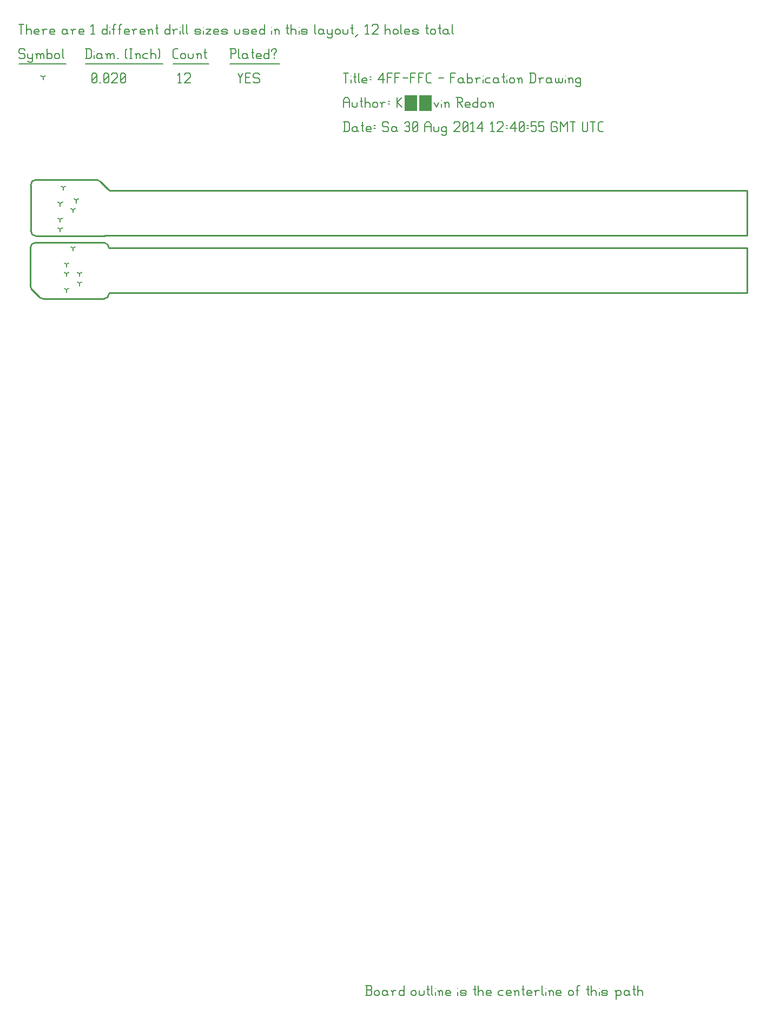
<source format=gbr>
G04 start of page 13 for group -3984 idx -3984 *
G04 Title: 4FF-FFC, fab *
G04 Creator: pcb 20140316 *
G04 CreationDate: Sa 30 Aug 2014 12:40:55 GMT UTC *
G04 For: kevredon *
G04 Format: Gerber/RS-274X *
G04 PCB-Dimensions (mm): 152.40 127.00 *
G04 PCB-Coordinate-Origin: lower left *
%MOMM*%
%FSLAX43Y43*%
%LNFAB*%
%ADD40C,0.002*%
%ADD39C,0.254*%
%ADD38C,0.191*%
%ADD37C,0.152*%
%ADD36C,0.203*%
G54D36*X6500Y117500D02*Y117094D01*
Y117500D02*X6852Y117703D01*
X6500Y117500D02*X6148Y117703D01*
X6500Y119000D02*Y118594D01*
Y119000D02*X6852Y119203D01*
X6500Y119000D02*X6148Y119203D01*
X6500Y121500D02*Y121094D01*
Y121500D02*X6852Y121703D01*
X6500Y121500D02*X6148Y121703D01*
X7000Y124000D02*Y123594D01*
Y124000D02*X7352Y124203D01*
X7000Y124000D02*X6648Y124203D01*
X8500Y120500D02*Y120094D01*
Y120500D02*X8852Y120703D01*
X8500Y120500D02*X8148Y120703D01*
X9000Y122000D02*Y121594D01*
Y122000D02*X9352Y122203D01*
X9000Y122000D02*X8648Y122203D01*
X7500Y110500D02*Y110094D01*
Y110500D02*X7852Y110703D01*
X7500Y110500D02*X7148Y110703D01*
X7500Y112000D02*Y111594D01*
Y112000D02*X7852Y112203D01*
X7500Y112000D02*X7148Y112203D01*
X8500Y114500D02*Y114094D01*
Y114500D02*X8852Y114703D01*
X8500Y114500D02*X8148Y114703D01*
X9500Y110500D02*Y110094D01*
Y110500D02*X9852Y110703D01*
X9500Y110500D02*X9148Y110703D01*
X7500Y108000D02*Y107594D01*
Y108000D02*X7852Y108203D01*
X7500Y108000D02*X7148Y108203D01*
X9500Y109000D02*Y108594D01*
Y109000D02*X9852Y109203D01*
X9500Y109000D02*X9148Y109203D01*
X3810Y141288D02*Y140881D01*
Y141288D02*X4162Y141491D01*
X3810Y141288D02*X3458Y141491D01*
G54D37*X34290Y141859D02*X34671Y141097D01*
X35052Y141859D01*
X34671Y141097D02*Y140335D01*
X35509Y141173D02*X36081D01*
X35509Y140335D02*X36271D01*
X35509Y141859D02*Y140335D01*
Y141859D02*X36271D01*
X37490D02*X37681Y141668D01*
X36919Y141859D02*X37490D01*
X36728Y141668D02*X36919Y141859D01*
X36728Y141668D02*Y141288D01*
X36919Y141097D01*
X37490D01*
X37681Y140906D01*
Y140526D01*
X37490Y140335D02*X37681Y140526D01*
X36919Y140335D02*X37490D01*
X36728Y140526D02*X36919Y140335D01*
X24892Y141554D02*X25197Y141859D01*
Y140335D01*
X24892D02*X25464D01*
X25921Y141668D02*X26111Y141859D01*
X26683D01*
X26873Y141668D01*
Y141288D01*
X25921Y140335D02*X26873Y141288D01*
X25921Y140335D02*X26873D01*
X11430Y140526D02*X11620Y140335D01*
X11430Y141668D02*Y140526D01*
Y141668D02*X11620Y141859D01*
X12002D01*
X12192Y141668D01*
Y140526D01*
X12002Y140335D02*X12192Y140526D01*
X11620Y140335D02*X12002D01*
X11430Y140716D02*X12192Y141478D01*
X12649Y140335D02*X12840D01*
X13297Y140526D02*X13487Y140335D01*
X13297Y141668D02*Y140526D01*
Y141668D02*X13487Y141859D01*
X13868D01*
X14059Y141668D01*
Y140526D01*
X13868Y140335D02*X14059Y140526D01*
X13487Y140335D02*X13868D01*
X13297Y140716D02*X14059Y141478D01*
X14516Y141668D02*X14707Y141859D01*
X15278D01*
X15469Y141668D01*
Y141288D01*
X14516Y140335D02*X15469Y141288D01*
X14516Y140335D02*X15469D01*
X15926Y140526D02*X16116Y140335D01*
X15926Y141668D02*Y140526D01*
Y141668D02*X16116Y141859D01*
X16497D01*
X16688Y141668D01*
Y140526D01*
X16497Y140335D02*X16688Y140526D01*
X16116Y140335D02*X16497D01*
X15926Y140716D02*X16688Y141478D01*
X762Y145669D02*X952Y145478D01*
X190Y145669D02*X762D01*
X0Y145478D02*X190Y145669D01*
X0Y145478D02*Y145098D01*
X190Y144907D01*
X762D01*
X952Y144716D01*
Y144336D01*
X762Y144145D02*X952Y144336D01*
X190Y144145D02*X762D01*
X0Y144336D02*X190Y144145D01*
X1410Y144907D02*Y144336D01*
X1600Y144145D01*
X2172Y144907D02*Y143764D01*
X1981Y143574D02*X2172Y143764D01*
X1600Y143574D02*X1981D01*
X1410Y143764D02*X1600Y143574D01*
Y144145D02*X1981D01*
X2172Y144336D01*
X2819Y144716D02*Y144145D01*
Y144716D02*X3010Y144907D01*
X3200D01*
X3391Y144716D01*
Y144145D01*
Y144716D02*X3581Y144907D01*
X3772D01*
X3962Y144716D01*
Y144145D01*
X2629Y144907D02*X2819Y144716D01*
X4420Y145669D02*Y144145D01*
Y144336D02*X4610Y144145D01*
X4991D01*
X5182Y144336D01*
Y144716D02*Y144336D01*
X4991Y144907D02*X5182Y144716D01*
X4610Y144907D02*X4991D01*
X4420Y144716D02*X4610Y144907D01*
X5639Y144716D02*Y144336D01*
Y144716D02*X5829Y144907D01*
X6210D01*
X6401Y144716D01*
Y144336D01*
X6210Y144145D02*X6401Y144336D01*
X5829Y144145D02*X6210D01*
X5639Y144336D02*X5829Y144145D01*
X6858Y145669D02*Y144336D01*
X7049Y144145D01*
X0Y143319D02*X7430D01*
X10604Y145669D02*Y144145D01*
X11100Y145669D02*X11366Y145402D01*
Y144412D01*
X11100Y144145D02*X11366Y144412D01*
X10414Y144145D02*X11100D01*
X10414Y145669D02*X11100D01*
G54D38*X11824Y145288D02*Y145250D01*
G54D37*Y144716D02*Y144145D01*
X12776Y144907D02*X12967Y144716D01*
X12395Y144907D02*X12776D01*
X12205Y144716D02*X12395Y144907D01*
X12205Y144716D02*Y144336D01*
X12395Y144145D01*
X12967Y144907D02*Y144336D01*
X13157Y144145D01*
X12395D02*X12776D01*
X12967Y144336D01*
X13805Y144716D02*Y144145D01*
Y144716D02*X13995Y144907D01*
X14186D01*
X14376Y144716D01*
Y144145D01*
Y144716D02*X14567Y144907D01*
X14757D01*
X14948Y144716D01*
Y144145D01*
X13614Y144907D02*X13805Y144716D01*
X15405Y144145D02*X15596D01*
X16739Y144336D02*X16929Y144145D01*
X16739Y145478D02*X16929Y145669D01*
X16739Y145478D02*Y144336D01*
X17386Y145669D02*X17767D01*
X17577D02*Y144145D01*
X17386D02*X17767D01*
X18415Y144716D02*Y144145D01*
Y144716D02*X18606Y144907D01*
X18796D01*
X18987Y144716D01*
Y144145D01*
X18225Y144907D02*X18415Y144716D01*
X19634Y144907D02*X20206D01*
X19444Y144716D02*X19634Y144907D01*
X19444Y144716D02*Y144336D01*
X19634Y144145D01*
X20206D01*
X20663Y145669D02*Y144145D01*
Y144716D02*X20853Y144907D01*
X21234D01*
X21425Y144716D01*
Y144145D01*
X21882Y145669D02*X22073Y145478D01*
Y144336D01*
X21882Y144145D02*X22073Y144336D01*
X10414Y143319D02*X22530D01*
X24397Y144145D02*X24892D01*
X24130Y144412D02*X24397Y144145D01*
X24130Y145402D02*Y144412D01*
Y145402D02*X24397Y145669D01*
X24892D01*
X25349Y144716D02*Y144336D01*
Y144716D02*X25540Y144907D01*
X25921D01*
X26111Y144716D01*
Y144336D01*
X25921Y144145D02*X26111Y144336D01*
X25540Y144145D02*X25921D01*
X25349Y144336D02*X25540Y144145D01*
X26568Y144907D02*Y144336D01*
X26759Y144145D01*
X27140D01*
X27330Y144336D01*
Y144907D02*Y144336D01*
X27978Y144716D02*Y144145D01*
Y144716D02*X28169Y144907D01*
X28359D01*
X28550Y144716D01*
Y144145D01*
X27788Y144907D02*X27978Y144716D01*
X29197Y145669D02*Y144336D01*
X29388Y144145D01*
X29007Y145098D02*X29388D01*
X24130Y143319D02*X29769D01*
X33210Y145669D02*Y144145D01*
X33020Y145669D02*X33782D01*
X33972Y145478D01*
Y145098D01*
X33782Y144907D02*X33972Y145098D01*
X33210Y144907D02*X33782D01*
X34430Y145669D02*Y144336D01*
X34620Y144145D01*
X35573Y144907D02*X35763Y144716D01*
X35192Y144907D02*X35573D01*
X35001Y144716D02*X35192Y144907D01*
X35001Y144716D02*Y144336D01*
X35192Y144145D01*
X35763Y144907D02*Y144336D01*
X35954Y144145D01*
X35192D02*X35573D01*
X35763Y144336D01*
X36601Y145669D02*Y144336D01*
X36792Y144145D01*
X36411Y145098D02*X36792D01*
X37363Y144145D02*X37935D01*
X37173Y144336D02*X37363Y144145D01*
X37173Y144716D02*Y144336D01*
Y144716D02*X37363Y144907D01*
X37744D01*
X37935Y144716D01*
X37173Y144526D02*X37935D01*
Y144716D02*Y144526D01*
X39154Y145669D02*Y144145D01*
X38964D02*X39154Y144336D01*
X38583Y144145D02*X38964D01*
X38392Y144336D02*X38583Y144145D01*
X38392Y144716D02*Y144336D01*
Y144716D02*X38583Y144907D01*
X38964D01*
X39154Y144716D01*
X39992Y144907D02*Y144716D01*
Y144336D02*Y144145D01*
X39611Y145478D02*Y145288D01*
Y145478D02*X39802Y145669D01*
X40183D01*
X40373Y145478D01*
Y145288D01*
X39992Y144907D02*X40373Y145288D01*
X33020Y143319D02*X40831D01*
X0Y149479D02*X762D01*
X381D02*Y147955D01*
X1219Y149479D02*Y147955D01*
Y148526D02*X1410Y148717D01*
X1791D01*
X1981Y148526D01*
Y147955D01*
X2629D02*X3200D01*
X2438Y148146D02*X2629Y147955D01*
X2438Y148526D02*Y148146D01*
Y148526D02*X2629Y148717D01*
X3010D01*
X3200Y148526D01*
X2438Y148336D02*X3200D01*
Y148526D02*Y148336D01*
X3848Y148526D02*Y147955D01*
Y148526D02*X4039Y148717D01*
X4420D01*
X3658D02*X3848Y148526D01*
X5067Y147955D02*X5639D01*
X4877Y148146D02*X5067Y147955D01*
X4877Y148526D02*Y148146D01*
Y148526D02*X5067Y148717D01*
X5448D01*
X5639Y148526D01*
X4877Y148336D02*X5639D01*
Y148526D02*Y148336D01*
X7353Y148717D02*X7544Y148526D01*
X6972Y148717D02*X7353D01*
X6782Y148526D02*X6972Y148717D01*
X6782Y148526D02*Y148146D01*
X6972Y147955D01*
X7544Y148717D02*Y148146D01*
X7734Y147955D01*
X6972D02*X7353D01*
X7544Y148146D01*
X8382Y148526D02*Y147955D01*
Y148526D02*X8573Y148717D01*
X8954D01*
X8192D02*X8382Y148526D01*
X9601Y147955D02*X10173D01*
X9411Y148146D02*X9601Y147955D01*
X9411Y148526D02*Y148146D01*
Y148526D02*X9601Y148717D01*
X9982D01*
X10173Y148526D01*
X9411Y148336D02*X10173D01*
Y148526D02*Y148336D01*
X11316Y149174D02*X11621Y149479D01*
Y147955D01*
X11316D02*X11887D01*
X13792Y149479D02*Y147955D01*
X13602D02*X13792Y148146D01*
X13221Y147955D02*X13602D01*
X13030Y148146D02*X13221Y147955D01*
X13030Y148526D02*Y148146D01*
Y148526D02*X13221Y148717D01*
X13602D01*
X13792Y148526D01*
G54D38*X14249Y149098D02*Y149060D01*
G54D37*Y148526D02*Y147955D01*
X14821Y149288D02*Y147955D01*
Y149288D02*X15011Y149479D01*
X15202D01*
X14630Y148717D02*X15011D01*
X15773Y149288D02*Y147955D01*
Y149288D02*X15964Y149479D01*
X16154D01*
X15583Y148717D02*X15964D01*
X16726Y147955D02*X17297D01*
X16535Y148146D02*X16726Y147955D01*
X16535Y148526D02*Y148146D01*
Y148526D02*X16726Y148717D01*
X17107D01*
X17297Y148526D01*
X16535Y148336D02*X17297D01*
Y148526D02*Y148336D01*
X17945Y148526D02*Y147955D01*
Y148526D02*X18136Y148717D01*
X18517D01*
X17755D02*X17945Y148526D01*
X19164Y147955D02*X19736D01*
X18974Y148146D02*X19164Y147955D01*
X18974Y148526D02*Y148146D01*
Y148526D02*X19164Y148717D01*
X19545D01*
X19736Y148526D01*
X18974Y148336D02*X19736D01*
Y148526D02*Y148336D01*
X20384Y148526D02*Y147955D01*
Y148526D02*X20574Y148717D01*
X20765D01*
X20955Y148526D01*
Y147955D01*
X20193Y148717D02*X20384Y148526D01*
X21603Y149479D02*Y148146D01*
X21793Y147955D01*
X21412Y148908D02*X21793D01*
X23622Y149479D02*Y147955D01*
X23432D02*X23622Y148146D01*
X23051Y147955D02*X23432D01*
X22860Y148146D02*X23051Y147955D01*
X22860Y148526D02*Y148146D01*
Y148526D02*X23051Y148717D01*
X23432D01*
X23622Y148526D01*
X24270D02*Y147955D01*
Y148526D02*X24460Y148717D01*
X24841D01*
X24079D02*X24270Y148526D01*
G54D38*X25298Y149098D02*Y149060D01*
G54D37*Y148526D02*Y147955D01*
X25679Y149479D02*Y148146D01*
X25870Y147955D01*
X26251Y149479D02*Y148146D01*
X26441Y147955D01*
X27699D02*X28270D01*
X28461Y148146D01*
X28270Y148336D02*X28461Y148146D01*
X27699Y148336D02*X28270D01*
X27508Y148526D02*X27699Y148336D01*
X27508Y148526D02*X27699Y148717D01*
X28270D01*
X28461Y148526D01*
X27508Y148146D02*X27699Y147955D01*
G54D38*X28918Y149098D02*Y149060D01*
G54D37*Y148526D02*Y147955D01*
X29299Y148717D02*X30061D01*
X29299Y147955D02*X30061Y148717D01*
X29299Y147955D02*X30061D01*
X30709D02*X31280D01*
X30518Y148146D02*X30709Y147955D01*
X30518Y148526D02*Y148146D01*
Y148526D02*X30709Y148717D01*
X31090D01*
X31280Y148526D01*
X30518Y148336D02*X31280D01*
Y148526D02*Y148336D01*
X31928Y147955D02*X32499D01*
X32690Y148146D01*
X32499Y148336D02*X32690Y148146D01*
X31928Y148336D02*X32499D01*
X31737Y148526D02*X31928Y148336D01*
X31737Y148526D02*X31928Y148717D01*
X32499D01*
X32690Y148526D01*
X31737Y148146D02*X31928Y147955D01*
X33833Y148717D02*Y148146D01*
X34023Y147955D01*
X34404D01*
X34595Y148146D01*
Y148717D02*Y148146D01*
X35243Y147955D02*X35814D01*
X36005Y148146D01*
X35814Y148336D02*X36005Y148146D01*
X35243Y148336D02*X35814D01*
X35052Y148526D02*X35243Y148336D01*
X35052Y148526D02*X35243Y148717D01*
X35814D01*
X36005Y148526D01*
X35052Y148146D02*X35243Y147955D01*
X36652D02*X37224D01*
X36462Y148146D02*X36652Y147955D01*
X36462Y148526D02*Y148146D01*
Y148526D02*X36652Y148717D01*
X37033D01*
X37224Y148526D01*
X36462Y148336D02*X37224D01*
Y148526D02*Y148336D01*
X38443Y149479D02*Y147955D01*
X38252D02*X38443Y148146D01*
X37871Y147955D02*X38252D01*
X37681Y148146D02*X37871Y147955D01*
X37681Y148526D02*Y148146D01*
Y148526D02*X37871Y148717D01*
X38252D01*
X38443Y148526D01*
G54D38*X39586Y149098D02*Y149060D01*
G54D37*Y148526D02*Y147955D01*
X40157Y148526D02*Y147955D01*
Y148526D02*X40348Y148717D01*
X40538D01*
X40729Y148526D01*
Y147955D01*
X39967Y148717D02*X40157Y148526D01*
X42062Y149479D02*Y148146D01*
X42253Y147955D01*
X41872Y148908D02*X42253D01*
X42634Y149479D02*Y147955D01*
Y148526D02*X42824Y148717D01*
X43205D01*
X43396Y148526D01*
Y147955D01*
G54D38*X43853Y149098D02*Y149060D01*
G54D37*Y148526D02*Y147955D01*
X44425D02*X44996D01*
X45187Y148146D01*
X44996Y148336D02*X45187Y148146D01*
X44425Y148336D02*X44996D01*
X44234Y148526D02*X44425Y148336D01*
X44234Y148526D02*X44425Y148717D01*
X44996D01*
X45187Y148526D01*
X44234Y148146D02*X44425Y147955D01*
X46330Y149479D02*Y148146D01*
X46520Y147955D01*
X47473Y148717D02*X47663Y148526D01*
X47092Y148717D02*X47473D01*
X46901Y148526D02*X47092Y148717D01*
X46901Y148526D02*Y148146D01*
X47092Y147955D01*
X47663Y148717D02*Y148146D01*
X47854Y147955D01*
X47092D02*X47473D01*
X47663Y148146D01*
X48311Y148717D02*Y148146D01*
X48501Y147955D01*
X49073Y148717D02*Y147574D01*
X48882Y147384D02*X49073Y147574D01*
X48501Y147384D02*X48882D01*
X48311Y147574D02*X48501Y147384D01*
Y147955D02*X48882D01*
X49073Y148146D01*
X49530Y148526D02*Y148146D01*
Y148526D02*X49721Y148717D01*
X50102D01*
X50292Y148526D01*
Y148146D01*
X50102Y147955D02*X50292Y148146D01*
X49721Y147955D02*X50102D01*
X49530Y148146D02*X49721Y147955D01*
X50749Y148717D02*Y148146D01*
X50940Y147955D01*
X51321D01*
X51511Y148146D01*
Y148717D02*Y148146D01*
X52159Y149479D02*Y148146D01*
X52349Y147955D01*
X51968Y148908D02*X52349D01*
X52730Y147574D02*X53111Y147955D01*
X54254Y149174D02*X54559Y149479D01*
Y147955D01*
X54254D02*X54826D01*
X55283Y149288D02*X55474Y149479D01*
X56045D01*
X56236Y149288D01*
Y148908D01*
X55283Y147955D02*X56236Y148908D01*
X55283Y147955D02*X56236D01*
X57379Y149479D02*Y147955D01*
Y148526D02*X57569Y148717D01*
X57950D01*
X58141Y148526D01*
Y147955D01*
X58598Y148526D02*Y148146D01*
Y148526D02*X58788Y148717D01*
X59169D01*
X59360Y148526D01*
Y148146D01*
X59169Y147955D02*X59360Y148146D01*
X58788Y147955D02*X59169D01*
X58598Y148146D02*X58788Y147955D01*
X59817Y149479D02*Y148146D01*
X60008Y147955D01*
X60579D02*X61151D01*
X60389Y148146D02*X60579Y147955D01*
X60389Y148526D02*Y148146D01*
Y148526D02*X60579Y148717D01*
X60960D01*
X61151Y148526D01*
X60389Y148336D02*X61151D01*
Y148526D02*Y148336D01*
X61798Y147955D02*X62370D01*
X62560Y148146D01*
X62370Y148336D02*X62560Y148146D01*
X61798Y148336D02*X62370D01*
X61608Y148526D02*X61798Y148336D01*
X61608Y148526D02*X61798Y148717D01*
X62370D01*
X62560Y148526D01*
X61608Y148146D02*X61798Y147955D01*
X63894Y149479D02*Y148146D01*
X64084Y147955D01*
X63703Y148908D02*X64084D01*
X64465Y148526D02*Y148146D01*
Y148526D02*X64656Y148717D01*
X65037D01*
X65227Y148526D01*
Y148146D01*
X65037Y147955D02*X65227Y148146D01*
X64656Y147955D02*X65037D01*
X64465Y148146D02*X64656Y147955D01*
X65875Y149479D02*Y148146D01*
X66065Y147955D01*
X65684Y148908D02*X66065D01*
X67018Y148717D02*X67208Y148526D01*
X66637Y148717D02*X67018D01*
X66446Y148526D02*X66637Y148717D01*
X66446Y148526D02*Y148146D01*
X66637Y147955D01*
X67208Y148717D02*Y148146D01*
X67399Y147955D01*
X66637D02*X67018D01*
X67208Y148146D01*
X67856Y149479D02*Y148146D01*
X68047Y147955D01*
G54D39*X3801Y106560D02*X13320D01*
X2620Y115360D02*X13320D01*
X1820Y114560D02*Y108541D01*
X2054Y107976D02*X3236Y106794D01*
X14129Y107534D02*X14120Y107360D01*
X2680Y116390D02*X13380D01*
X13946Y123774D02*X12764Y124956D01*
X12199Y125190D02*X2680D01*
X1880Y124390D02*Y117190D01*
X114000Y116500D02*X13490D01*
X13380Y116390D01*
X114000Y116500D02*Y123500D01*
X14220D01*
X13946Y123774D01*
X114000Y114500D02*X14180D01*
X14120Y114560D01*
X114000Y114500D02*Y107500D01*
X14163D01*
X14129Y107534D01*
X13320Y106560D02*G75*G03X14120Y107360I0J800D01*G01*
X2620Y115360D02*G75*G03X1820Y114560I0J-800D01*G01*
X3235Y106794D02*G75*G03X3801Y106560I566J566D01*G01*
X14120Y114560D02*G75*G03X13320Y115360I-800J0D01*G01*
X1820Y108541D02*G75*G03X2054Y107975I800J0D01*G01*
X12765Y124956D02*G75*G03X12199Y125190I-566J-566D01*G01*
X2680D02*G75*G03X1880Y124390I0J-800D01*G01*
Y117190D02*G75*G03X2680Y116390I800J0D01*G01*
G54D37*X54273Y-2413D02*X55035D01*
X55226Y-2222D01*
Y-1765D02*Y-2222D01*
X55035Y-1575D02*X55226Y-1765D01*
X54464Y-1575D02*X55035D01*
X54464Y-889D02*Y-2413D01*
X54273Y-889D02*X55035D01*
X55226Y-1080D01*
Y-1384D01*
X55035Y-1575D02*X55226Y-1384D01*
X55683Y-1842D02*Y-2222D01*
Y-1842D02*X55874Y-1651D01*
X56255D01*
X56445Y-1842D01*
Y-2222D01*
X56255Y-2413D02*X56445Y-2222D01*
X55874Y-2413D02*X56255D01*
X55683Y-2222D02*X55874Y-2413D01*
X57474Y-1651D02*X57664Y-1842D01*
X57093Y-1651D02*X57474D01*
X56902Y-1842D02*X57093Y-1651D01*
X56902Y-1842D02*Y-2222D01*
X57093Y-2413D01*
X57664Y-1651D02*Y-2222D01*
X57855Y-2413D01*
X57093D02*X57474D01*
X57664Y-2222D01*
X58503Y-1842D02*Y-2413D01*
Y-1842D02*X58693Y-1651D01*
X59074D01*
X58312D02*X58503Y-1842D01*
X60293Y-889D02*Y-2413D01*
X60103D02*X60293Y-2222D01*
X59722Y-2413D02*X60103D01*
X59531Y-2222D02*X59722Y-2413D01*
X59531Y-1842D02*Y-2222D01*
Y-1842D02*X59722Y-1651D01*
X60103D01*
X60293Y-1842D01*
X61436D02*Y-2222D01*
Y-1842D02*X61627Y-1651D01*
X62008D01*
X62198Y-1842D01*
Y-2222D01*
X62008Y-2413D02*X62198Y-2222D01*
X61627Y-2413D02*X62008D01*
X61436Y-2222D02*X61627Y-2413D01*
X62655Y-1651D02*Y-2222D01*
X62846Y-2413D01*
X63227D01*
X63417Y-2222D01*
Y-1651D02*Y-2222D01*
X64065Y-889D02*Y-2222D01*
X64256Y-2413D01*
X63875Y-1460D02*X64256D01*
X64637Y-889D02*Y-2222D01*
X64827Y-2413D01*
G54D38*X65208Y-1270D02*Y-1308D01*
G54D37*Y-1842D02*Y-2413D01*
X65780Y-1842D02*Y-2413D01*
Y-1842D02*X65970Y-1651D01*
X66161D01*
X66351Y-1842D01*
Y-2413D01*
X65589Y-1651D02*X65780Y-1842D01*
X66999Y-2413D02*X67570D01*
X66808Y-2222D02*X66999Y-2413D01*
X66808Y-1842D02*Y-2222D01*
Y-1842D02*X66999Y-1651D01*
X67380D01*
X67570Y-1842D01*
X66808Y-2032D02*X67570D01*
Y-1842D02*Y-2032D01*
G54D38*X68713Y-1270D02*Y-1308D01*
G54D37*Y-1842D02*Y-2413D01*
X69285D02*X69856D01*
X70047Y-2222D01*
X69856Y-2032D02*X70047Y-2222D01*
X69285Y-2032D02*X69856D01*
X69094Y-1842D02*X69285Y-2032D01*
X69094Y-1842D02*X69285Y-1651D01*
X69856D01*
X70047Y-1842D01*
X69094Y-2222D02*X69285Y-2413D01*
X71380Y-889D02*Y-2222D01*
X71571Y-2413D01*
X71190Y-1460D02*X71571D01*
X71952Y-889D02*Y-2413D01*
Y-1842D02*X72142Y-1651D01*
X72523D01*
X72714Y-1842D01*
Y-2413D01*
X73362D02*X73933D01*
X73171Y-2222D02*X73362Y-2413D01*
X73171Y-1842D02*Y-2222D01*
Y-1842D02*X73362Y-1651D01*
X73743D01*
X73933Y-1842D01*
X73171Y-2032D02*X73933D01*
Y-1842D02*Y-2032D01*
X75267Y-1651D02*X75838D01*
X75076Y-1842D02*X75267Y-1651D01*
X75076Y-1842D02*Y-2222D01*
X75267Y-2413D01*
X75838D01*
X76486D02*X77057D01*
X76295Y-2222D02*X76486Y-2413D01*
X76295Y-1842D02*Y-2222D01*
Y-1842D02*X76486Y-1651D01*
X76867D01*
X77057Y-1842D01*
X76295Y-2032D02*X77057D01*
Y-1842D02*Y-2032D01*
X77705Y-1842D02*Y-2413D01*
Y-1842D02*X77895Y-1651D01*
X78086D01*
X78276Y-1842D01*
Y-2413D01*
X77514Y-1651D02*X77705Y-1842D01*
X78924Y-889D02*Y-2222D01*
X79115Y-2413D01*
X78734Y-1460D02*X79115D01*
X79686Y-2413D02*X80258D01*
X79496Y-2222D02*X79686Y-2413D01*
X79496Y-1842D02*Y-2222D01*
Y-1842D02*X79686Y-1651D01*
X80067D01*
X80258Y-1842D01*
X79496Y-2032D02*X80258D01*
Y-1842D02*Y-2032D01*
X80905Y-1842D02*Y-2413D01*
Y-1842D02*X81096Y-1651D01*
X81477D01*
X80715D02*X80905Y-1842D01*
X81934Y-889D02*Y-2222D01*
X82125Y-2413D01*
G54D38*X82506Y-1270D02*Y-1308D01*
G54D37*Y-1842D02*Y-2413D01*
X83077Y-1842D02*Y-2413D01*
Y-1842D02*X83268Y-1651D01*
X83458D01*
X83649Y-1842D01*
Y-2413D01*
X82887Y-1651D02*X83077Y-1842D01*
X84296Y-2413D02*X84868D01*
X84106Y-2222D02*X84296Y-2413D01*
X84106Y-1842D02*Y-2222D01*
Y-1842D02*X84296Y-1651D01*
X84677D01*
X84868Y-1842D01*
X84106Y-2032D02*X84868D01*
Y-1842D02*Y-2032D01*
X86011Y-1842D02*Y-2222D01*
Y-1842D02*X86201Y-1651D01*
X86582D01*
X86773Y-1842D01*
Y-2222D01*
X86582Y-2413D02*X86773Y-2222D01*
X86201Y-2413D02*X86582D01*
X86011Y-2222D02*X86201Y-2413D01*
X87420Y-1080D02*Y-2413D01*
Y-1080D02*X87611Y-889D01*
X87801D01*
X87230Y-1651D02*X87611D01*
X89059Y-889D02*Y-2222D01*
X89249Y-2413D01*
X88868Y-1460D02*X89249D01*
X89630Y-889D02*Y-2413D01*
Y-1842D02*X89821Y-1651D01*
X90202D01*
X90392Y-1842D01*
Y-2413D01*
G54D38*X90849Y-1270D02*Y-1308D01*
G54D37*Y-1842D02*Y-2413D01*
X91421D02*X91992D01*
X92183Y-2222D01*
X91992Y-2032D02*X92183Y-2222D01*
X91421Y-2032D02*X91992D01*
X91230Y-1842D02*X91421Y-2032D01*
X91230Y-1842D02*X91421Y-1651D01*
X91992D01*
X92183Y-1842D01*
X91230Y-2222D02*X91421Y-2413D01*
X93516Y-1842D02*Y-2984D01*
X93326Y-1651D02*X93516Y-1842D01*
X93707Y-1651D01*
X94088D01*
X94278Y-1842D01*
Y-2222D01*
X94088Y-2413D02*X94278Y-2222D01*
X93707Y-2413D02*X94088D01*
X93516Y-2222D02*X93707Y-2413D01*
X95307Y-1651D02*X95498Y-1842D01*
X94926Y-1651D02*X95307D01*
X94736Y-1842D02*X94926Y-1651D01*
X94736Y-1842D02*Y-2222D01*
X94926Y-2413D01*
X95498Y-1651D02*Y-2222D01*
X95688Y-2413D01*
X94926D02*X95307D01*
X95498Y-2222D01*
X96336Y-889D02*Y-2222D01*
X96526Y-2413D01*
X96145Y-1460D02*X96526D01*
X96907Y-889D02*Y-2413D01*
Y-1842D02*X97098Y-1651D01*
X97479D01*
X97669Y-1842D01*
Y-2413D01*
X50990Y134239D02*Y132715D01*
X51486Y134239D02*X51752Y133972D01*
Y132982D01*
X51486Y132715D02*X51752Y132982D01*
X50800Y132715D02*X51486D01*
X50800Y134239D02*X51486D01*
X52781Y133477D02*X52972Y133286D01*
X52400Y133477D02*X52781D01*
X52210Y133286D02*X52400Y133477D01*
X52210Y133286D02*Y132906D01*
X52400Y132715D01*
X52972Y133477D02*Y132906D01*
X53162Y132715D01*
X52400D02*X52781D01*
X52972Y132906D01*
X53810Y134239D02*Y132906D01*
X54000Y132715D01*
X53619Y133668D02*X54000D01*
X54572Y132715D02*X55143D01*
X54381Y132906D02*X54572Y132715D01*
X54381Y133286D02*Y132906D01*
Y133286D02*X54572Y133477D01*
X54953D01*
X55143Y133286D01*
X54381Y133096D02*X55143D01*
Y133286D02*Y133096D01*
X55601Y133668D02*X55791D01*
X55601Y133286D02*X55791D01*
X57696Y134239D02*X57887Y134048D01*
X57125Y134239D02*X57696D01*
X56934Y134048D02*X57125Y134239D01*
X56934Y134048D02*Y133668D01*
X57125Y133477D01*
X57696D01*
X57887Y133286D01*
Y132906D01*
X57696Y132715D02*X57887Y132906D01*
X57125Y132715D02*X57696D01*
X56934Y132906D02*X57125Y132715D01*
X58915Y133477D02*X59106Y133286D01*
X58534Y133477D02*X58915D01*
X58344Y133286D02*X58534Y133477D01*
X58344Y133286D02*Y132906D01*
X58534Y132715D01*
X59106Y133477D02*Y132906D01*
X59296Y132715D01*
X58534D02*X58915D01*
X59106Y132906D01*
X60439Y134048D02*X60630Y134239D01*
X61011D01*
X61201Y134048D01*
X61011Y132715D02*X61201Y132906D01*
X60630Y132715D02*X61011D01*
X60439Y132906D02*X60630Y132715D01*
Y133553D02*X61011D01*
X61201Y134048D02*Y133744D01*
Y133363D02*Y132906D01*
Y133363D02*X61011Y133553D01*
X61201Y133744D02*X61011Y133553D01*
X61659Y132906D02*X61849Y132715D01*
X61659Y134048D02*Y132906D01*
Y134048D02*X61849Y134239D01*
X62230D01*
X62421Y134048D01*
Y132906D01*
X62230Y132715D02*X62421Y132906D01*
X61849Y132715D02*X62230D01*
X61659Y133096D02*X62421Y133858D01*
X63564D02*Y132715D01*
Y133858D02*X63830Y134239D01*
X64249D01*
X64516Y133858D01*
Y132715D01*
X63564Y133477D02*X64516D01*
X64973D02*Y132906D01*
X65164Y132715D01*
X65545D01*
X65735Y132906D01*
Y133477D02*Y132906D01*
X66764Y133477D02*X66954Y133286D01*
X66383Y133477D02*X66764D01*
X66192Y133286D02*X66383Y133477D01*
X66192Y133286D02*Y132906D01*
X66383Y132715D01*
X66764D01*
X66954Y132906D01*
X66192Y132334D02*X66383Y132144D01*
X66764D01*
X66954Y132334D01*
Y133477D02*Y132334D01*
X68097Y134048D02*X68288Y134239D01*
X68859D01*
X69050Y134048D01*
Y133668D01*
X68097Y132715D02*X69050Y133668D01*
X68097Y132715D02*X69050D01*
X69507Y132906D02*X69698Y132715D01*
X69507Y134048D02*Y132906D01*
Y134048D02*X69698Y134239D01*
X70079D01*
X70269Y134048D01*
Y132906D01*
X70079Y132715D02*X70269Y132906D01*
X69698Y132715D02*X70079D01*
X69507Y133096D02*X70269Y133858D01*
X70726Y133934D02*X71031Y134239D01*
Y132715D01*
X70726D02*X71298D01*
X71755Y133286D02*X72517Y134239D01*
X71755Y133286D02*X72708D01*
X72517Y134239D02*Y132715D01*
X73851Y133934D02*X74155Y134239D01*
Y132715D01*
X73851D02*X74422D01*
X74879Y134048D02*X75070Y134239D01*
X75641D01*
X75832Y134048D01*
Y133668D01*
X74879Y132715D02*X75832Y133668D01*
X74879Y132715D02*X75832D01*
X76289Y133668D02*X76479D01*
X76289Y133286D02*X76479D01*
X76937D02*X77699Y134239D01*
X76937Y133286D02*X77889D01*
X77699Y134239D02*Y132715D01*
X78346Y132906D02*X78537Y132715D01*
X78346Y134048D02*Y132906D01*
Y134048D02*X78537Y134239D01*
X78918D01*
X79108Y134048D01*
Y132906D01*
X78918Y132715D02*X79108Y132906D01*
X78537Y132715D02*X78918D01*
X78346Y133096D02*X79108Y133858D01*
X79566Y133668D02*X79756D01*
X79566Y133286D02*X79756D01*
X80213Y134239D02*X80975D01*
X80213D02*Y133477D01*
X80404Y133668D01*
X80785D01*
X80975Y133477D01*
Y132906D01*
X80785Y132715D02*X80975Y132906D01*
X80404Y132715D02*X80785D01*
X80213Y132906D02*X80404Y132715D01*
X81432Y134239D02*X82194D01*
X81432D02*Y133477D01*
X81623Y133668D01*
X82004D01*
X82194Y133477D01*
Y132906D01*
X82004Y132715D02*X82194Y132906D01*
X81623Y132715D02*X82004D01*
X81432Y132906D02*X81623Y132715D01*
X84099Y134239D02*X84290Y134048D01*
X83528Y134239D02*X84099D01*
X83337Y134048D02*X83528Y134239D01*
X83337Y134048D02*Y132906D01*
X83528Y132715D01*
X84099D01*
X84290Y132906D01*
Y133286D02*Y132906D01*
X84099Y133477D02*X84290Y133286D01*
X83718Y133477D02*X84099D01*
X84747Y134239D02*Y132715D01*
Y134239D02*X85319Y133477D01*
X85890Y134239D01*
Y132715D01*
X86347Y134239D02*X87109D01*
X86728D02*Y132715D01*
X88252Y134239D02*Y132906D01*
X88443Y132715D01*
X88824D01*
X89014Y132906D01*
Y134239D02*Y132906D01*
X89472Y134239D02*X90234D01*
X89853D02*Y132715D01*
X90957D02*X91453D01*
X90691Y132982D02*X90957Y132715D01*
X90691Y133972D02*Y132982D01*
Y133972D02*X90957Y134239D01*
X91453D01*
X50800Y137668D02*Y136525D01*
Y137668D02*X51067Y138049D01*
X51486D01*
X51752Y137668D01*
Y136525D01*
X50800Y137287D02*X51752D01*
X52210D02*Y136716D01*
X52400Y136525D01*
X52781D01*
X52972Y136716D01*
Y137287D02*Y136716D01*
X53619Y138049D02*Y136716D01*
X53810Y136525D01*
X53429Y137478D02*X53810D01*
X54191Y138049D02*Y136525D01*
Y137096D02*X54381Y137287D01*
X54762D01*
X54953Y137096D01*
Y136525D01*
X55410Y137096D02*Y136716D01*
Y137096D02*X55601Y137287D01*
X55982D01*
X56172Y137096D01*
Y136716D01*
X55982Y136525D02*X56172Y136716D01*
X55601Y136525D02*X55982D01*
X55410Y136716D02*X55601Y136525D01*
X56820Y137096D02*Y136525D01*
Y137096D02*X57010Y137287D01*
X57391D01*
X56629D02*X56820Y137096D01*
X57849Y137478D02*X58039D01*
X57849Y137096D02*X58039D01*
X59182Y138049D02*Y136525D01*
Y137287D02*X59944Y138049D01*
X59182Y137287D02*X59944Y136525D01*
G54D40*G36*
X60401Y138430D02*Y135953D01*
X62306D01*
Y138430D01*
X60401D01*
G37*
G36*
X62687D02*Y135953D01*
X64592D01*
Y138430D01*
X62687D01*
G37*
G54D37*X64973Y137287D02*X65354Y136525D01*
X65735Y137287D02*X65354Y136525D01*
G54D38*X66192Y137668D02*Y137630D01*
G54D37*Y137096D02*Y136525D01*
X66764Y137096D02*Y136525D01*
Y137096D02*X66954Y137287D01*
X67145D01*
X67335Y137096D01*
Y136525D01*
X66573Y137287D02*X66764Y137096D01*
X68478Y138049D02*X69240D01*
X69431Y137858D01*
Y137478D01*
X69240Y137287D02*X69431Y137478D01*
X68669Y137287D02*X69240D01*
X68669Y138049D02*Y136525D01*
X68974Y137287D02*X69431Y136525D01*
X70079D02*X70650D01*
X69888Y136716D02*X70079Y136525D01*
X69888Y137096D02*Y136716D01*
Y137096D02*X70079Y137287D01*
X70460D01*
X70650Y137096D01*
X69888Y136906D02*X70650D01*
Y137096D02*Y136906D01*
X71869Y138049D02*Y136525D01*
X71679D02*X71869Y136716D01*
X71298Y136525D02*X71679D01*
X71107Y136716D02*X71298Y136525D01*
X71107Y137096D02*Y136716D01*
Y137096D02*X71298Y137287D01*
X71679D01*
X71869Y137096D01*
X72327D02*Y136716D01*
Y137096D02*X72517Y137287D01*
X72898D01*
X73089Y137096D01*
Y136716D01*
X72898Y136525D02*X73089Y136716D01*
X72517Y136525D02*X72898D01*
X72327Y136716D02*X72517Y136525D01*
X73736Y137096D02*Y136525D01*
Y137096D02*X73927Y137287D01*
X74117D01*
X74308Y137096D01*
Y136525D01*
X73546Y137287D02*X73736Y137096D01*
X50800Y141859D02*X51562D01*
X51181D02*Y140335D01*
G54D38*X52019Y141478D02*Y141440D01*
G54D37*Y140906D02*Y140335D01*
X52591Y141859D02*Y140526D01*
X52781Y140335D01*
X52400Y141288D02*X52781D01*
X53162Y141859D02*Y140526D01*
X53353Y140335D01*
X53924D02*X54496D01*
X53734Y140526D02*X53924Y140335D01*
X53734Y140906D02*Y140526D01*
Y140906D02*X53924Y141097D01*
X54305D01*
X54496Y140906D01*
X53734Y140716D02*X54496D01*
Y140906D02*Y140716D01*
X54953Y141288D02*X55143D01*
X54953Y140906D02*X55143D01*
X56286D02*X57048Y141859D01*
X56286Y140906D02*X57239D01*
X57048Y141859D02*Y140335D01*
X57696Y141859D02*Y140335D01*
Y141859D02*X58458D01*
X57696Y141173D02*X58268D01*
X58915Y141859D02*Y140335D01*
Y141859D02*X59677D01*
X58915Y141173D02*X59487D01*
X60135Y141097D02*X60897D01*
X61354Y141859D02*Y140335D01*
Y141859D02*X62116D01*
X61354Y141173D02*X61925D01*
X62573Y141859D02*Y140335D01*
Y141859D02*X63335D01*
X62573Y141173D02*X63144D01*
X64059Y140335D02*X64554D01*
X63792Y140602D02*X64059Y140335D01*
X63792Y141592D02*Y140602D01*
Y141592D02*X64059Y141859D01*
X64554D01*
X65697Y141097D02*X66459D01*
X67602Y141859D02*Y140335D01*
Y141859D02*X68364D01*
X67602Y141173D02*X68174D01*
X69393Y141097D02*X69583Y140906D01*
X69012Y141097D02*X69393D01*
X68821Y140906D02*X69012Y141097D01*
X68821Y140906D02*Y140526D01*
X69012Y140335D01*
X69583Y141097D02*Y140526D01*
X69774Y140335D01*
X69012D02*X69393D01*
X69583Y140526D01*
X70231Y141859D02*Y140335D01*
Y140526D02*X70422Y140335D01*
X70803D01*
X70993Y140526D01*
Y140906D02*Y140526D01*
X70803Y141097D02*X70993Y140906D01*
X70422Y141097D02*X70803D01*
X70231Y140906D02*X70422Y141097D01*
X71641Y140906D02*Y140335D01*
Y140906D02*X71831Y141097D01*
X72212D01*
X71450D02*X71641Y140906D01*
G54D38*X72669Y141478D02*Y141440D01*
G54D37*Y140906D02*Y140335D01*
X73241Y141097D02*X73812D01*
X73050Y140906D02*X73241Y141097D01*
X73050Y140906D02*Y140526D01*
X73241Y140335D01*
X73812D01*
X74841Y141097D02*X75032Y140906D01*
X74460Y141097D02*X74841D01*
X74270Y140906D02*X74460Y141097D01*
X74270Y140906D02*Y140526D01*
X74460Y140335D01*
X75032Y141097D02*Y140526D01*
X75222Y140335D01*
X74460D02*X74841D01*
X75032Y140526D01*
X75870Y141859D02*Y140526D01*
X76060Y140335D01*
X75679Y141288D02*X76060D01*
G54D38*X76441Y141478D02*Y141440D01*
G54D37*Y140906D02*Y140335D01*
X76822Y140906D02*Y140526D01*
Y140906D02*X77013Y141097D01*
X77394D01*
X77584Y140906D01*
Y140526D01*
X77394Y140335D02*X77584Y140526D01*
X77013Y140335D02*X77394D01*
X76822Y140526D02*X77013Y140335D01*
X78232Y140906D02*Y140335D01*
Y140906D02*X78423Y141097D01*
X78613D01*
X78804Y140906D01*
Y140335D01*
X78042Y141097D02*X78232Y140906D01*
X80137Y141859D02*Y140335D01*
X80632Y141859D02*X80899Y141592D01*
Y140602D01*
X80632Y140335D02*X80899Y140602D01*
X79947Y140335D02*X80632D01*
X79947Y141859D02*X80632D01*
X81547Y140906D02*Y140335D01*
Y140906D02*X81737Y141097D01*
X82118D01*
X81356D02*X81547Y140906D01*
X83147Y141097D02*X83337Y140906D01*
X82766Y141097D02*X83147D01*
X82575Y140906D02*X82766Y141097D01*
X82575Y140906D02*Y140526D01*
X82766Y140335D01*
X83337Y141097D02*Y140526D01*
X83528Y140335D01*
X82766D02*X83147D01*
X83337Y140526D01*
X83985Y141097D02*Y140526D01*
X84176Y140335D01*
X84366D01*
X84557Y140526D01*
Y141097D02*Y140526D01*
X84747Y140335D01*
X84938D01*
X85128Y140526D01*
Y141097D02*Y140526D01*
G54D38*X85585Y141478D02*Y141440D01*
G54D37*Y140906D02*Y140335D01*
X86157Y140906D02*Y140335D01*
Y140906D02*X86347Y141097D01*
X86538D01*
X86728Y140906D01*
Y140335D01*
X85966Y141097D02*X86157Y140906D01*
X87757Y141097D02*X87948Y140906D01*
X87376Y141097D02*X87757D01*
X87186Y140906D02*X87376Y141097D01*
X87186Y140906D02*Y140526D01*
X87376Y140335D01*
X87757D01*
X87948Y140526D01*
X87186Y139954D02*X87376Y139764D01*
X87757D01*
X87948Y139954D01*
Y141097D02*Y139954D01*
M02*

</source>
